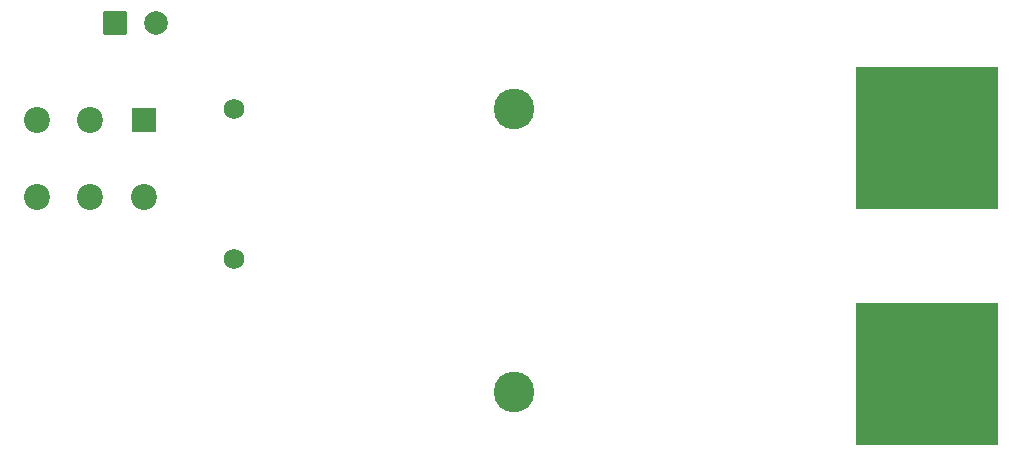
<source format=gbs>
%TF.GenerationSoftware,KiCad,Pcbnew,9.0.6-9.0.6~ubuntu24.04.1*%
%TF.CreationDate,2025-11-29T12:56:03-05:00*%
%TF.ProjectId,CardPCB,43617264-5043-4422-9e6b-696361645f70,rev?*%
%TF.SameCoordinates,Original*%
%TF.FileFunction,Soldermask,Bot*%
%TF.FilePolarity,Negative*%
%FSLAX46Y46*%
G04 Gerber Fmt 4.6, Leading zero omitted, Abs format (unit mm)*
G04 Created by KiCad (PCBNEW 9.0.6-9.0.6~ubuntu24.04.1) date 2025-11-29 12:56:03*
%MOMM*%
%LPD*%
G01*
G04 APERTURE LIST*
G04 Aperture macros list*
%AMRoundRect*
0 Rectangle with rounded corners*
0 $1 Rounding radius*
0 $2 $3 $4 $5 $6 $7 $8 $9 X,Y pos of 4 corners*
0 Add a 4 corners polygon primitive as box body*
4,1,4,$2,$3,$4,$5,$6,$7,$8,$9,$2,$3,0*
0 Add four circle primitives for the rounded corners*
1,1,$1+$1,$2,$3*
1,1,$1+$1,$4,$5*
1,1,$1+$1,$6,$7*
1,1,$1+$1,$8,$9*
0 Add four rect primitives between the rounded corners*
20,1,$1+$1,$2,$3,$4,$5,0*
20,1,$1+$1,$4,$5,$6,$7,0*
20,1,$1+$1,$6,$7,$8,$9,0*
20,1,$1+$1,$8,$9,$2,$3,0*%
G04 Aperture macros list end*
%ADD10R,2.000000X2.000000*%
%ADD11C,2.200000*%
%ADD12R,12.000000X12.000000*%
%ADD13RoundRect,0.102000X-0.900000X-0.900000X0.900000X-0.900000X0.900000X0.900000X-0.900000X0.900000X0*%
%ADD14C,2.004000*%
%ADD15C,3.450000*%
%ADD16C,1.734000*%
%ADD17C,0.350000*%
%ADD18C,0.100000*%
G04 APERTURE END LIST*
D10*
%TO.C,SW1*%
X117170000Y-70500000D03*
D11*
X112670000Y-70500000D03*
X108170000Y-70500000D03*
X108170000Y-77000000D03*
X112670000Y-77000000D03*
X117170000Y-77000000D03*
%TD*%
D12*
%TO.C,H1*%
X183500000Y-72000000D03*
%TD*%
%TO.C,H2*%
X183500000Y-92000000D03*
%TD*%
D13*
%TO.C,BT2*%
X114750000Y-62250000D03*
D14*
X118250000Y-62250000D03*
%TD*%
D15*
%TO.C,BT1*%
X148500000Y-93500000D03*
X148500000Y-69500000D03*
D16*
X124780000Y-69500000D03*
X124780000Y-82200000D03*
%TD*%
D17*
X117170000Y-70500000D03*
X112670000Y-70500000D03*
X108170000Y-70500000D03*
X108170000Y-77000000D03*
X112670000Y-77000000D03*
X117170000Y-77000000D03*
D18*
X183500000Y-72000000D03*
X183500000Y-92000000D03*
D17*
X114750000Y-62250000D03*
X118250000Y-62250000D03*
X148500000Y-93500000D03*
X148500000Y-69500000D03*
X124780000Y-69500000D03*
X124780000Y-82200000D03*
M02*

</source>
